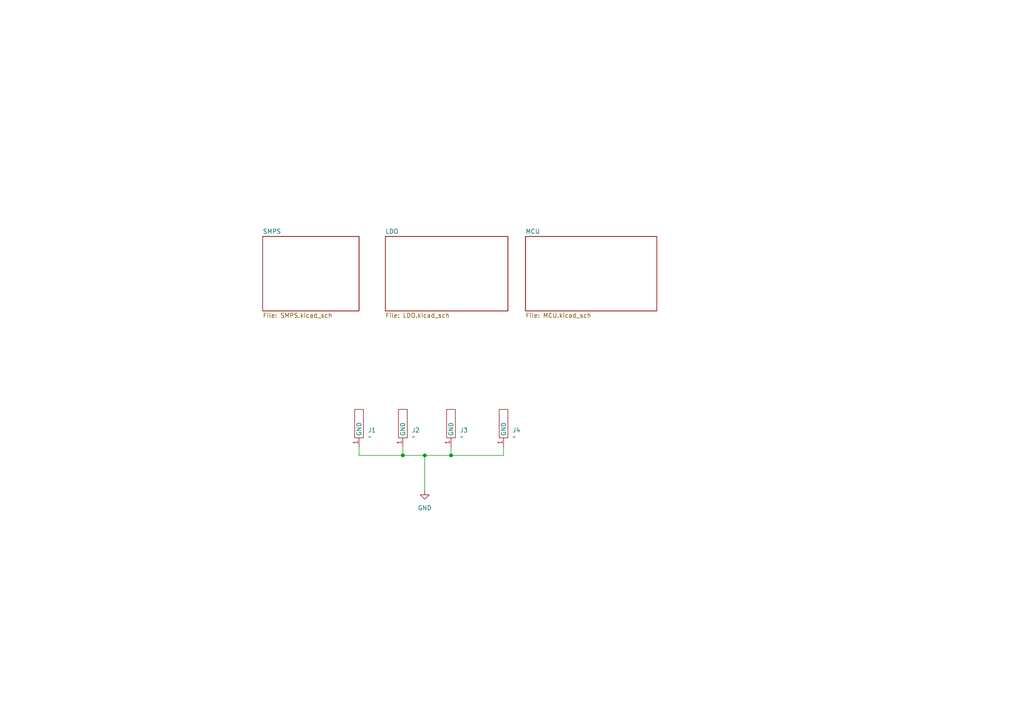
<source format=kicad_sch>
(kicad_sch (version 20231120) (generator "eeschema") (generator_version "8.0")
  (paper "A4")
  (title_block (title "PC Fan Control") (rev "v01") (comment 2 "Author: Simon Chang"))
  (lib_symbols
    (symbol "Simon_Library:Standoff" (exclude_from_sim yes) (in_bom no)
      (property "Reference" "J" (at 0.254 8.128 0))
      (symbol "Standoff_0_1"
        (rectangle (start -1.27 6.985) (end 1.27 -1.27))
      )
      (symbol "Standoff_1_1"
        (pin input line (at 0 -3.81 90) (length 2.54) (name "GND") (number "1"))
      )
    )
    (symbol "power:GND" (power) (pin_numbers hide) (pin_names (offset 0) hide)
      (property "Value" "GND" (at 0 -3.81 0))
      (symbol "GND_0_1"
        (polyline (pts (xy 0 0) (xy 0 -1.27) (xy 1.27 -1.27) (xy 0 -2.54) (xy -1.27 -1.27) (xy 0 -1.27)))
      )
      (symbol "GND_1_1"
        (pin power_in line (at 0 0 270) (length 0) (name "~") (number "1"))
      )
    )
  )
  (junction (at 116.84 132.08))
  (junction (at 130.81 132.08))
  (junction (at 123.19 132.08))
  (wire (pts (xy 116.84 129.54) (xy 116.84 132.08)))
  (wire (pts (xy 123.19 142.24) (xy 123.19 132.08)))
  (wire (pts (xy 130.81 129.54) (xy 130.81 132.08)))
  (wire (pts (xy 104.14 132.08) (xy 104.14 129.54)))
  (wire (pts (xy 130.81 132.08) (xy 146.05 132.08)))
  (wire (pts (xy 116.84 132.08) (xy 104.14 132.08)))
  (wire (pts (xy 146.05 129.54) (xy 146.05 132.08)))
  (wire (pts (xy 123.19 132.08) (xy 130.81 132.08)))
  (wire (pts (xy 123.19 132.08) (xy 116.84 132.08)))
  (symbol (lib_id "Simon_Library:Standoff") (at 146.05 125.73 0) (unit 1) (exclude_from_sim yes) (in_bom no)
    (property "Reference" "J4" (at 148.59 124.7774 0) (effects (justify left)))
    (property "Value" "~" (at 148.59 126.6825 0) (effects (justify left)))
    (property "Footprint" "Simon_Library:Standoff" (effects (hide yes)))
  )
  (symbol (lib_id "Simon_Library:Standoff") (at 130.81 125.73 0) (unit 1) (exclude_from_sim yes) (in_bom no)
    (property "Reference" "J3" (at 133.35 124.7774 0) (effects (justify left)))
    (property "Value" "~" (at 133.35 126.6825 0) (effects (justify left)))
    (property "Footprint" "Simon_Library:Standoff" (effects (hide yes)))
  )
  (symbol (lib_id "Simon_Library:Standoff") (at 116.84 125.73 0) (unit 1) (exclude_from_sim yes) (in_bom no)
    (property "Reference" "J2" (at 119.38 124.7774 0) (effects (justify left)))
    (property "Value" "~" (at 119.38 126.6825 0) (effects (justify left)))
    (property "Footprint" "Simon_Library:Standoff" (effects (hide yes)))
  )
  (symbol (lib_id "Simon_Library:Standoff") (at 104.14 125.73 0) (unit 1) (exclude_from_sim yes) (in_bom no)
    (property "Reference" "J1" (at 106.68 124.7774 0) (effects (justify left)))
    (property "Value" "~" (at 106.68 126.6825 0) (effects (justify left)))
    (property "Footprint" "Simon_Library:Standoff" (effects (hide yes)))
  )
  (symbol (lib_id "power:GND") (at 123.19 142.24 0) (unit 1)
    (property "Reference" "#PWR01" (effects (hide yes)))
    (property "Value" "GND" (at 123.19 147.32 0))
    (property "Description" "Power symbol creates a global label with name \"GND\" , ground" (effects (hide yes)))
  )
  (sheet (at 152.4 68.58) (size 38.1 21.59) (stroke (width 0.1524))
    (property "Sheetname" "MCU" (at 152.4 67.8684 0) (effects (justify left bottom)))
    (property "Sheetfile" "MCU.kicad_sch" (at 152.4 90.7546 0) (effects (justify left top)))
  )
  (sheet (at 76.2 68.58) (size 27.94 21.59) (stroke (width 0.1524))
    (property "Sheetname" "SMPS" (at 76.2 67.8684 0) (effects (justify left bottom)))
    (property "Sheetfile" "SMPS.kicad_sch" (at 76.2 90.7546 0) (effects (justify left top)))
  )
  (sheet (at 111.76 68.58) (size 35.56 21.59) (stroke (width 0.1524))
    (property "Sheetname" "LDO" (at 111.76 67.8684 0) (effects (justify left bottom)))
    (property "Sheetfile" "LDO.kicad_sch" (at 111.76 90.7546 0) (effects (justify left top)))
  )
)
</source>
